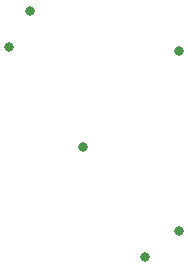
<source format=gbr>
G04 EAGLE Gerber RS-274X export*
G75*
%MOMM*%
%FSLAX34Y34*%
%LPD*%
%INBottom Copper*%
%IPPOS*%
%AMOC8*
5,1,8,0,0,1.08239X$1,22.5*%
G01*
%ADD10C,0.806400*%


D10*
X159288Y61158D03*
X130078Y39370D03*
X15240Y217170D03*
X77470Y132080D03*
X33020Y247650D03*
X159288Y213360D03*
M02*

</source>
